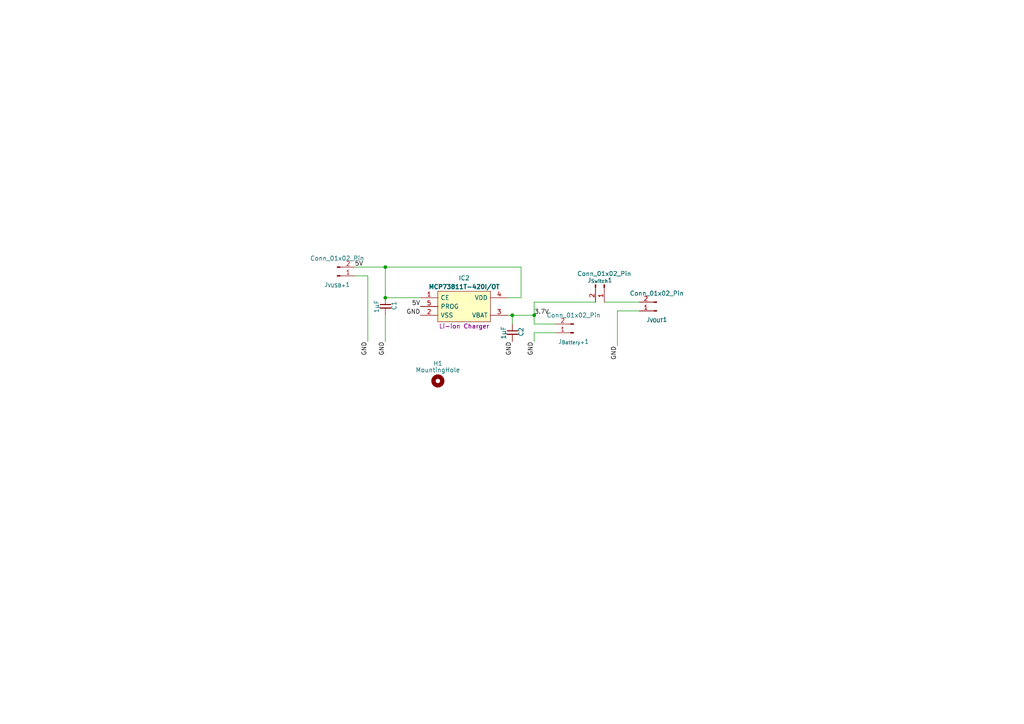
<source format=kicad_sch>
(kicad_sch (version 20230121) (generator eeschema)
  (paper "A4")
  (lib_symbols
    (symbol "Connector:Conn_01x02_Pin" (pin_names (offset 1.016) hide)
      (property "Reference" "J" (at 0 2.54 0))
      (property "Value" "Conn_01x02_Pin" (at 0 -5.08 0))
      (symbol "Conn_01x02_Pin_1_1"
        (polyline (pts (xy 1.27 -2.54) (xy 0.8636 -2.54)) (stroke (width 0.1524)))
        (polyline (pts (xy 1.27 0) (xy 0.8636 0)) (stroke (width 0.1524)))
        (rectangle (start 0.8636 -2.413) (end 0 -2.667) (stroke (width 0.1524)) (fill (type outline)))
        (rectangle (start 0.8636 0.127) (end 0 -0.127) (stroke (width 0.1524)) (fill (type outline)))
        (pin passive line (at 5.08 0 180) (length 3.81) (name "Pin_1") (number "1"))
        (pin passive line (at 5.08 -2.54 180) (length 3.81) (name "Pin_2") (number "2"))
      )
    )
    (symbol "HCP65:C_0805" (pin_numbers hide) (pin_names (offset 0.254) hide)
      (property "Reference" "C" (at 2.286 2.54 0))
      (property "Value" "?μF" (at 2.54 -2.54 0))
      (symbol "C_0805_0_1"
        (polyline (pts (xy 1.9685 -1.4605) (xy 1.9685 1.5875)) (stroke (width 0.3048)))
        (polyline (pts (xy 2.9845 -1.4605) (xy 2.9845 1.5875)) (stroke (width 0.3302)))
      )
      (symbol "C_0805_1_1"
        (pin passive line (at 0 0 0) (length 2.032) (name "~") (number "1"))
        (pin passive line (at 5.08 0 180) (length 2.032) (name "~") (number "2"))
      )
    )
    (symbol "Mechanical:MountingHole" (pin_names (offset 1.016))
      (property "Reference" "H" (at 0 5.08 0))
      (property "Value" "MountingHole" (at 0 3.175 0))
      (symbol "MountingHole_0_1"
        (circle (center 0 0) (radius 1.27) (stroke (width 1.27)))
      )
    )
    (symbol "Microchip:MCP73811T-420I_OT" (pin_names (offset 0.762))
      (property "Reference" "IC" (at 12.7 5.715 0))
      (property "Value" "MCP73811T-420I/OT" (at 12.7 3.175 0))
      (property "Description" "Li-ion Charger" (at 12.7 -8.255 0))
      (symbol "MCP73811T-420I_OT_0_0"
        (pin passive line (at 0 -5.08 0) (length 5.08) (name "VSS") (number "2"))
        (pin passive line (at 25.4 0 180) (length 5.08) (name "VDD") (number "4"))
      )
      (symbol "MCP73811T-420I_OT_0_1"
        (polyline (pts (xy 5.08 1.905) (xy 20.32 1.905) (xy 20.32 -6.985) (xy 5.08 -6.985) (xy 5.08 1.905)) (fill (type background)))
      )
      (symbol "MCP73811T-420I_OT_1_0"
        (pin input line (at 0 0 0) (length 5.08) (name "CE") (number "1"))
        (pin output line (at 25.4 -5.08 180) (length 5.08) (name "VBAT") (number "3"))
        (pin input line (at 0 -2.54 0) (length 5.08) (name "PROG") (number "5"))
      )
    )
  )
  (junction (at 148.59 91.44))
  (junction (at 111.76 77.47))
  (junction (at 154.94 91.44))
  (junction (at 111.76 86.36))
  (wire (pts (xy 148.59 91.44) (xy 147.32 91.44)))
  (wire (pts (xy 102.87 80.01) (xy 106.68 80.01)))
  (wire (pts (xy 154.94 87.63) (xy 172.72 87.63)))
  (wire (pts (xy 179.07 90.17) (xy 185.42 90.17)))
  (wire (pts (xy 111.76 77.47) (xy 111.76 86.36)))
  (wire (pts (xy 111.76 77.47) (xy 151.13 77.47)))
  (wire (pts (xy 175.26 87.63) (xy 185.42 87.63)))
  (wire (pts (xy 111.76 86.36) (xy 121.92 86.36)))
  (wire (pts (xy 106.68 80.01) (xy 106.68 99.06)))
  (wire (pts (xy 147.32 86.36) (xy 151.13 86.36)))
  (wire (pts (xy 154.94 91.44) (xy 154.94 93.98)))
  (wire (pts (xy 151.13 77.47) (xy 151.13 86.36)))
  (wire (pts (xy 161.29 93.98) (xy 154.94 93.98)))
  (wire (pts (xy 154.94 96.52) (xy 154.94 99.06)))
  (wire (pts (xy 154.94 87.63) (xy 154.94 91.44)))
  (wire (pts (xy 102.87 77.47) (xy 111.76 77.47)))
  (wire (pts (xy 148.59 91.44) (xy 148.59 93.98)))
  (wire (pts (xy 111.76 91.44) (xy 111.76 99.06)))
  (wire (pts (xy 161.29 96.52) (xy 154.94 96.52)))
  (wire (pts (xy 179.07 100.33) (xy 179.07 90.17)))
  (wire (pts (xy 148.59 91.44) (xy 154.94 91.44)))
  (label "GND" (at 148.59 99.06 270))
  (label "3.7V" (at 154.94 91.44 0))
  (label "5V" (at 102.87 77.47 0))
  (label "GND" (at 154.94 99.06 270))
  (label "5V" (at 121.92 88.9 180))
  (label "GND" (at 121.92 91.44 180))
  (label "GND" (at 106.68 99.06 270))
  (label "GND" (at 179.07 100.33 270))
  (label "GND" (at 111.76 99.06 270))
  (symbol (lib_id "Microchip:MCP73811T-420I_OT") (at 121.92 86.36 0) (unit 1)
    (property "Reference" "IC2" (at 134.62 80.645 0))
    (property "Value" "MCP73811T-420I/OT" (at 134.62 83.185 0) (effects (font bold)))
    (property "Footprint" "SOT95P270X145-5N" (effects hide))
    (property "Datasheet" "https://datasheet.datasheetarchive.com/originals/distributors/SFDatasheet-4/sf-00090104.pdf" (effects hide))
    (property "Description" "Li-ion Charger" (at 134.62 94.615 0))
    (property "Height" "1.45" (effects hide))
    (property "Manufacturer_Name" "Microchip" (effects hide))
    (property "Manufacturer_Part_Number" "MCP73811T-420I/OT" (effects hide))
    (property "Mouser Part Number" "579-MCP73811T-420IOT" (effects hide))
    (property "Mouser Price/Stock" "https://www.mouser.co.uk/ProductDetail/Microchip-Technology/MCP73811T-420I-OT?qs=tZia49mH7IL7zxmMwvtzFg%3D%3D" (effects hide))
    (property "Silkscreen" "MCP73811" (effects hide))
  )
  (symbol (lib_id "HCP65:C_0805") (at 111.76 86.36 270) (unit 1)
    (property "Reference" "C1" (at 114.3 88.646 0))
    (property "Value" "1μF" (at 109.22 88.9 0))
    (property "Footprint" "SamacSys_Parts:C_0805" (effects hide))
  )
  (symbol (lib_id "HCP65:C_0805") (at 148.59 93.98 270) (unit 1)
    (property "Reference" "C2" (at 151.13 96.266 0))
    (property "Value" "1μF" (at 146.05 96.52 0))
    (property "Footprint" "SamacSys_Parts:C_0805" (effects hide))
  )
  (symbol (lib_id "Mechanical:MountingHole") (at 127 110.49 0) (unit 1)
    (property "Reference" "H1" (at 127 105.41 0))
    (property "Value" "MountingHole" (at 127 107.315 0))
    (property "Footprint" "MountingHole:MountingHole_3.2mm_M3" (effects hide))
  )
  (symbol (lib_id "Connector:Conn_01x02_Pin") (at 166.37 96.52 180) (unit 1)
    (property "Reference" "J_{Battery+}1" (at 166.37 99.06 0))
    (property "Value" "Conn_01x02_Pin" (at 166.37 91.44 0))
    (property "Footprint" "Connector_PinHeader_2.54mm:PinHeader_1x02_P2.54mm_Vertical" (effects hide))
  )
  (symbol (lib_id "Connector:Conn_01x02_Pin") (at 190.5 90.17 180) (unit 1)
    (property "Reference" "J_{VOUT}1" (at 190.5 92.71 0))
    (property "Value" "Conn_01x02_Pin" (at 190.5 85.09 0))
    (property "Footprint" "Connector_PinHeader_2.54mm:PinHeader_1x02_P2.54mm_Vertical" (effects hide))
  )
  (symbol (lib_id "Connector:Conn_01x02_Pin") (at 175.26 82.55 270) (unit 1)
    (property "Reference" "J_{Switch}1" (at 173.99 81.28 90))
    (property "Value" "Conn_01x02_Pin" (at 175.26 79.375 90))
    (property "Footprint" "Connector_PinHeader_2.54mm:PinHeader_1x02_P2.54mm_Vertical" (effects hide))
  )
  (symbol (lib_id "Connector:Conn_01x02_Pin") (at 97.79 80.01 0) (mirror x) (unit 1)
    (property "Reference" "J_{VUSB+}1" (at 97.79 82.55 0))
    (property "Value" "Conn_01x02_Pin" (at 97.79 74.93 0))
    (property "Footprint" "Connector_PinHeader_2.54mm:PinHeader_1x02_P2.54mm_Vertical" (effects hide))
  )
)
</source>
